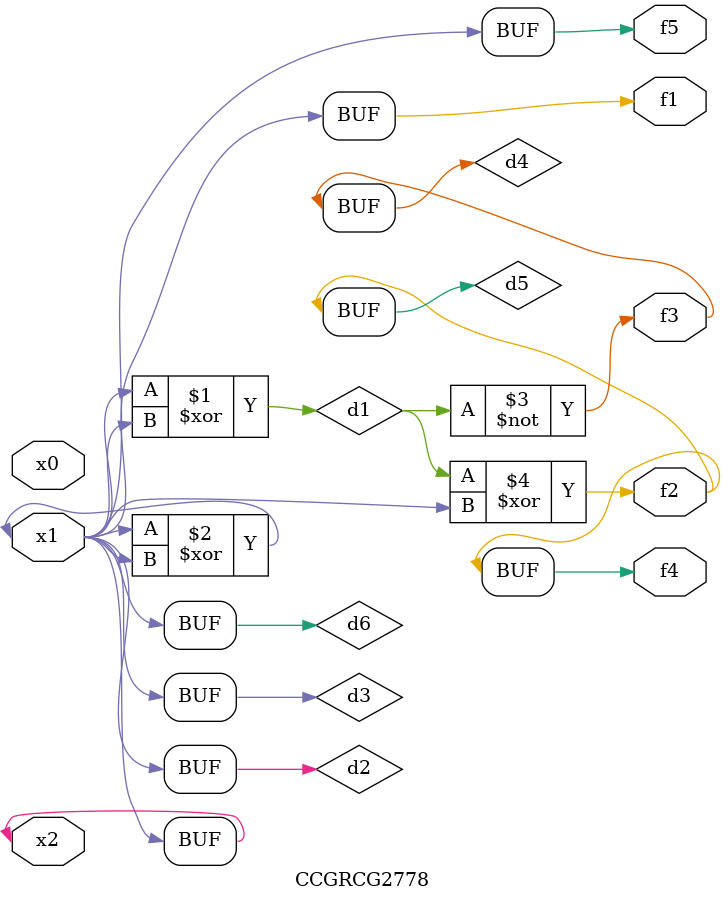
<source format=v>
module CCGRCG2778(
	input x0, x1, x2,
	output f1, f2, f3, f4, f5
);

	wire d1, d2, d3, d4, d5, d6;

	xor (d1, x1, x2);
	buf (d2, x1, x2);
	xor (d3, x1, x2);
	nor (d4, d1);
	xor (d5, d1, d2);
	buf (d6, d2, d3);
	assign f1 = d6;
	assign f2 = d5;
	assign f3 = d4;
	assign f4 = d5;
	assign f5 = d6;
endmodule

</source>
